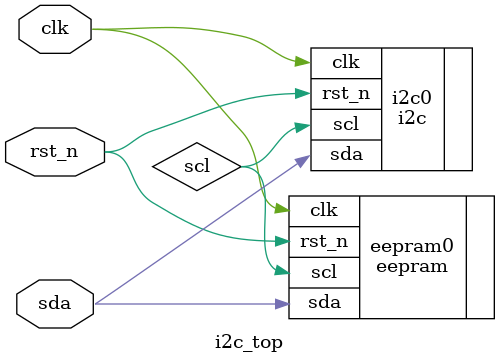
<source format=v>
module i2c_top(
inout wire sda,
input wire rst_n,
input wire clk
);


wire scl;
i2c i2c0(
 .clk(clk),
 .rst_n(rst_n),
 .sda(sda),
 .scl(scl)
);

eepram eepram0(
 .clk(clk),
 .rst_n(rst_n),
 .sda(sda),
 .scl(scl)

);

endmodule

</source>
